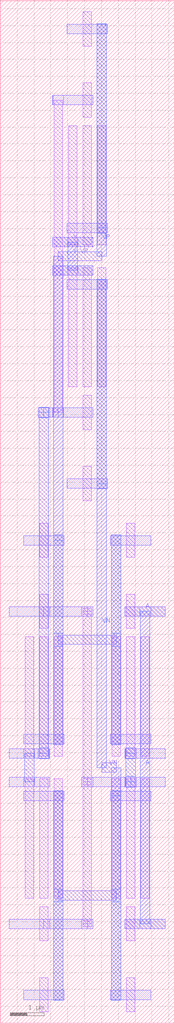
<source format=lef>
MACRO MY_RO
  ORIGIN 0 0 ;
  FOREIGN MY_RO 0 0 ;
  SIZE 5.16 BY 30.24 ;
  PIN VN
    DIRECTION INOUT ;
    USE SIGNAL ;
    PORT 
      LAYER M3 ;
        RECT 1.58 0.68 1.86 6.88 ;
      LAYER M3 ;
        RECT 3.3 0.68 3.58 6.88 ;
      LAYER M3 ;
        RECT 1.58 3.595 1.86 3.965 ;
      LAYER M2 ;
        RECT 1.72 3.64 3.44 3.92 ;
      LAYER M3 ;
        RECT 3.3 3.595 3.58 3.965 ;
      LAYER M3 ;
        RECT 2.87 15.8 3.15 22 ;
      LAYER M3 ;
        RECT 3.3 6.72 3.58 7.56 ;
      LAYER M2 ;
        RECT 3.01 7.42 3.44 7.7 ;
      LAYER M3 ;
        RECT 2.87 7.56 3.15 15.96 ;
    END
  END VN
  PIN VP
    DIRECTION INOUT ;
    USE SIGNAL ;
    PORT 
      LAYER M3 ;
        RECT 1.58 8.24 1.86 14.44 ;
      LAYER M3 ;
        RECT 3.3 8.24 3.58 14.44 ;
      LAYER M3 ;
        RECT 1.58 11.155 1.86 11.525 ;
      LAYER M2 ;
        RECT 1.72 11.2 3.44 11.48 ;
      LAYER M3 ;
        RECT 3.3 11.155 3.58 11.525 ;
      LAYER M3 ;
        RECT 2.87 23.36 3.15 29.56 ;
      LAYER M3 ;
        RECT 1.58 14.28 1.86 22.68 ;
      LAYER M2 ;
        RECT 1.72 22.54 3.01 22.82 ;
      LAYER M3 ;
        RECT 2.87 22.68 3.15 23.52 ;
    END
  END VP
  PIN A
    DIRECTION INOUT ;
    USE SIGNAL ;
    PORT 
      LAYER M2 ;
        RECT 3.7 2.8 4.9 3.08 ;
      LAYER M2 ;
        RECT 3.7 12.04 4.9 12.32 ;
      LAYER M2 ;
        RECT 4.14 2.8 4.46 3.08 ;
      LAYER M3 ;
        RECT 4.16 2.94 4.44 12.18 ;
      LAYER M2 ;
        RECT 4.14 12.04 4.46 12.32 ;
    END
  END A
  PIN Y
    DIRECTION INOUT ;
    USE SIGNAL ;
    PORT 
      LAYER M2 ;
        RECT 1.55 22.12 2.75 22.4 ;
      LAYER M2 ;
        RECT 1.55 22.96 2.75 23.24 ;
      LAYER M2 ;
        RECT 1.99 22.12 2.31 22.4 ;
      LAYER M3 ;
        RECT 2.01 22.26 2.29 23.1 ;
      LAYER M2 ;
        RECT 1.99 22.96 2.31 23.24 ;
    END
  END Y
  OBS 
  LAYER M2 ;
        RECT 0.26 7 1.46 7.28 ;
  LAYER M2 ;
        RECT 0.26 7.84 1.46 8.12 ;
  LAYER M2 ;
        RECT 0.7 7 1.02 7.28 ;
  LAYER M3 ;
        RECT 0.72 7.14 1 7.98 ;
  LAYER M2 ;
        RECT 0.7 7.84 1.02 8.12 ;
  LAYER M2 ;
        RECT 1.55 17.92 2.75 18.2 ;
  LAYER M2 ;
        RECT 1.55 27.16 2.75 27.44 ;
  LAYER M2 ;
        RECT 1.56 17.92 1.88 18.2 ;
  LAYER M1 ;
        RECT 1.595 18.06 1.845 27.3 ;
  LAYER M2 ;
        RECT 1.56 27.16 1.88 27.44 ;
  LAYER M2 ;
        RECT 1.13 7.84 1.45 8.12 ;
  LAYER M3 ;
        RECT 1.15 7.98 1.43 18.06 ;
  LAYER M2 ;
        RECT 1.29 17.92 1.72 18.2 ;
  LAYER M2 ;
        RECT 1.13 7.84 1.45 8.12 ;
  LAYER M3 ;
        RECT 1.15 7.82 1.43 8.14 ;
  LAYER M2 ;
        RECT 1.13 17.92 1.45 18.2 ;
  LAYER M3 ;
        RECT 1.15 17.9 1.43 18.22 ;
  LAYER M2 ;
        RECT 1.13 7.84 1.45 8.12 ;
  LAYER M3 ;
        RECT 1.15 7.82 1.43 8.14 ;
  LAYER M2 ;
        RECT 1.13 17.92 1.45 18.2 ;
  LAYER M3 ;
        RECT 1.15 17.9 1.43 18.22 ;
  LAYER M2 ;
        RECT 0.26 2.8 1.46 3.08 ;
  LAYER M2 ;
        RECT 3.7 7 4.9 7.28 ;
  LAYER M2 ;
        RECT 3.7 7.84 4.9 8.12 ;
  LAYER M2 ;
        RECT 0.26 12.04 1.46 12.32 ;
  LAYER M2 ;
        RECT 1.29 2.8 2.58 3.08 ;
  LAYER M1 ;
        RECT 2.455 2.94 2.705 7.14 ;
  LAYER M2 ;
        RECT 2.58 7 3.87 7.28 ;
  LAYER M2 ;
        RECT 3.71 7 4.03 7.28 ;
  LAYER M3 ;
        RECT 3.73 7.14 4.01 7.98 ;
  LAYER M2 ;
        RECT 3.71 7.84 4.03 8.12 ;
  LAYER M1 ;
        RECT 2.455 7.14 2.705 12.18 ;
  LAYER M2 ;
        RECT 1.29 12.04 2.58 12.32 ;
  LAYER M1 ;
        RECT 2.455 2.855 2.705 3.025 ;
  LAYER M2 ;
        RECT 2.41 2.8 2.75 3.08 ;
  LAYER M1 ;
        RECT 2.455 7.055 2.705 7.225 ;
  LAYER M2 ;
        RECT 2.41 7 2.75 7.28 ;
  LAYER M1 ;
        RECT 2.455 2.855 2.705 3.025 ;
  LAYER M2 ;
        RECT 2.41 2.8 2.75 3.08 ;
  LAYER M1 ;
        RECT 2.455 7.055 2.705 7.225 ;
  LAYER M2 ;
        RECT 2.41 7 2.75 7.28 ;
  LAYER M1 ;
        RECT 2.455 2.855 2.705 3.025 ;
  LAYER M2 ;
        RECT 2.41 2.8 2.75 3.08 ;
  LAYER M1 ;
        RECT 2.455 7.055 2.705 7.225 ;
  LAYER M2 ;
        RECT 2.41 7 2.75 7.28 ;
  LAYER M2 ;
        RECT 3.71 7 4.03 7.28 ;
  LAYER M3 ;
        RECT 3.73 6.98 4.01 7.3 ;
  LAYER M2 ;
        RECT 3.71 7.84 4.03 8.12 ;
  LAYER M3 ;
        RECT 3.73 7.82 4.01 8.14 ;
  LAYER M1 ;
        RECT 2.455 2.855 2.705 3.025 ;
  LAYER M2 ;
        RECT 2.41 2.8 2.75 3.08 ;
  LAYER M1 ;
        RECT 2.455 7.055 2.705 7.225 ;
  LAYER M2 ;
        RECT 2.41 7 2.75 7.28 ;
  LAYER M2 ;
        RECT 3.71 7 4.03 7.28 ;
  LAYER M3 ;
        RECT 3.73 6.98 4.01 7.3 ;
  LAYER M2 ;
        RECT 3.71 7.84 4.03 8.12 ;
  LAYER M3 ;
        RECT 3.73 7.82 4.01 8.14 ;
  LAYER M1 ;
        RECT 2.455 2.855 2.705 3.025 ;
  LAYER M2 ;
        RECT 2.41 2.8 2.75 3.08 ;
  LAYER M1 ;
        RECT 2.455 7.055 2.705 7.225 ;
  LAYER M2 ;
        RECT 2.41 7 2.75 7.28 ;
  LAYER M1 ;
        RECT 2.455 12.095 2.705 12.265 ;
  LAYER M2 ;
        RECT 2.41 12.04 2.75 12.32 ;
  LAYER M2 ;
        RECT 3.71 7 4.03 7.28 ;
  LAYER M3 ;
        RECT 3.73 6.98 4.01 7.3 ;
  LAYER M2 ;
        RECT 3.71 7.84 4.03 8.12 ;
  LAYER M3 ;
        RECT 3.73 7.82 4.01 8.14 ;
  LAYER M1 ;
        RECT 2.455 2.855 2.705 3.025 ;
  LAYER M2 ;
        RECT 2.41 2.8 2.75 3.08 ;
  LAYER M1 ;
        RECT 2.455 7.055 2.705 7.225 ;
  LAYER M2 ;
        RECT 2.41 7 2.75 7.28 ;
  LAYER M1 ;
        RECT 2.455 12.095 2.705 12.265 ;
  LAYER M2 ;
        RECT 2.41 12.04 2.75 12.32 ;
  LAYER M2 ;
        RECT 3.71 7 4.03 7.28 ;
  LAYER M3 ;
        RECT 3.73 6.98 4.01 7.3 ;
  LAYER M2 ;
        RECT 3.71 7.84 4.03 8.12 ;
  LAYER M3 ;
        RECT 3.73 7.82 4.01 8.14 ;
  LAYER M1 ;
        RECT 3.745 3.695 3.995 7.225 ;
  LAYER M1 ;
        RECT 3.745 2.435 3.995 3.445 ;
  LAYER M1 ;
        RECT 3.745 0.335 3.995 1.345 ;
  LAYER M1 ;
        RECT 4.175 3.695 4.425 7.225 ;
  LAYER M1 ;
        RECT 3.315 3.695 3.565 7.225 ;
  LAYER M2 ;
        RECT 3.27 0.7 4.47 0.98 ;
  LAYER M2 ;
        RECT 3.27 6.58 4.47 6.86 ;
  LAYER M2 ;
        RECT 3.7 7 4.9 7.28 ;
  LAYER M2 ;
        RECT 3.7 2.8 4.9 3.08 ;
  LAYER M3 ;
        RECT 3.3 0.68 3.58 6.88 ;
  LAYER M1 ;
        RECT 1.165 3.695 1.415 7.225 ;
  LAYER M1 ;
        RECT 1.165 2.435 1.415 3.445 ;
  LAYER M1 ;
        RECT 1.165 0.335 1.415 1.345 ;
  LAYER M1 ;
        RECT 0.735 3.695 0.985 7.225 ;
  LAYER M1 ;
        RECT 1.595 3.695 1.845 7.225 ;
  LAYER M2 ;
        RECT 0.69 0.7 1.89 0.98 ;
  LAYER M2 ;
        RECT 0.69 6.58 1.89 6.86 ;
  LAYER M2 ;
        RECT 0.26 7 1.46 7.28 ;
  LAYER M2 ;
        RECT 0.26 2.8 1.46 3.08 ;
  LAYER M3 ;
        RECT 1.58 0.68 1.86 6.88 ;
  LAYER M1 ;
        RECT 3.745 7.895 3.995 11.425 ;
  LAYER M1 ;
        RECT 3.745 11.675 3.995 12.685 ;
  LAYER M1 ;
        RECT 3.745 13.775 3.995 14.785 ;
  LAYER M1 ;
        RECT 4.175 7.895 4.425 11.425 ;
  LAYER M1 ;
        RECT 3.315 7.895 3.565 11.425 ;
  LAYER M2 ;
        RECT 3.27 14.14 4.47 14.42 ;
  LAYER M2 ;
        RECT 3.27 8.26 4.47 8.54 ;
  LAYER M2 ;
        RECT 3.7 7.84 4.9 8.12 ;
  LAYER M2 ;
        RECT 3.7 12.04 4.9 12.32 ;
  LAYER M3 ;
        RECT 3.3 8.24 3.58 14.44 ;
  LAYER M1 ;
        RECT 1.165 7.895 1.415 11.425 ;
  LAYER M1 ;
        RECT 1.165 11.675 1.415 12.685 ;
  LAYER M1 ;
        RECT 1.165 13.775 1.415 14.785 ;
  LAYER M1 ;
        RECT 0.735 7.895 0.985 11.425 ;
  LAYER M1 ;
        RECT 1.595 7.895 1.845 11.425 ;
  LAYER M2 ;
        RECT 0.69 14.14 1.89 14.42 ;
  LAYER M2 ;
        RECT 0.69 8.26 1.89 8.54 ;
  LAYER M2 ;
        RECT 0.26 7.84 1.46 8.12 ;
  LAYER M2 ;
        RECT 0.26 12.04 1.46 12.32 ;
  LAYER M3 ;
        RECT 1.58 8.24 1.86 14.44 ;
  LAYER M1 ;
        RECT 2.455 18.815 2.705 22.345 ;
  LAYER M1 ;
        RECT 2.455 17.555 2.705 18.565 ;
  LAYER M1 ;
        RECT 2.455 15.455 2.705 16.465 ;
  LAYER M1 ;
        RECT 2.025 18.815 2.275 22.345 ;
  LAYER M1 ;
        RECT 2.885 18.815 3.135 22.345 ;
  LAYER M2 ;
        RECT 1.98 15.82 3.18 16.1 ;
  LAYER M2 ;
        RECT 1.98 21.7 3.18 21.98 ;
  LAYER M2 ;
        RECT 1.55 22.12 2.75 22.4 ;
  LAYER M2 ;
        RECT 1.55 17.92 2.75 18.2 ;
  LAYER M3 ;
        RECT 2.87 15.8 3.15 22 ;
  LAYER M1 ;
        RECT 2.455 23.015 2.705 26.545 ;
  LAYER M1 ;
        RECT 2.455 26.795 2.705 27.805 ;
  LAYER M1 ;
        RECT 2.455 28.895 2.705 29.905 ;
  LAYER M1 ;
        RECT 2.025 23.015 2.275 26.545 ;
  LAYER M1 ;
        RECT 2.885 23.015 3.135 26.545 ;
  LAYER M2 ;
        RECT 1.98 29.26 3.18 29.54 ;
  LAYER M2 ;
        RECT 1.98 23.38 3.18 23.66 ;
  LAYER M2 ;
        RECT 1.55 22.96 2.75 23.24 ;
  LAYER M2 ;
        RECT 1.55 27.16 2.75 27.44 ;
  LAYER M3 ;
        RECT 2.87 23.36 3.15 29.56 ;
  END 
END MY_RO

</source>
